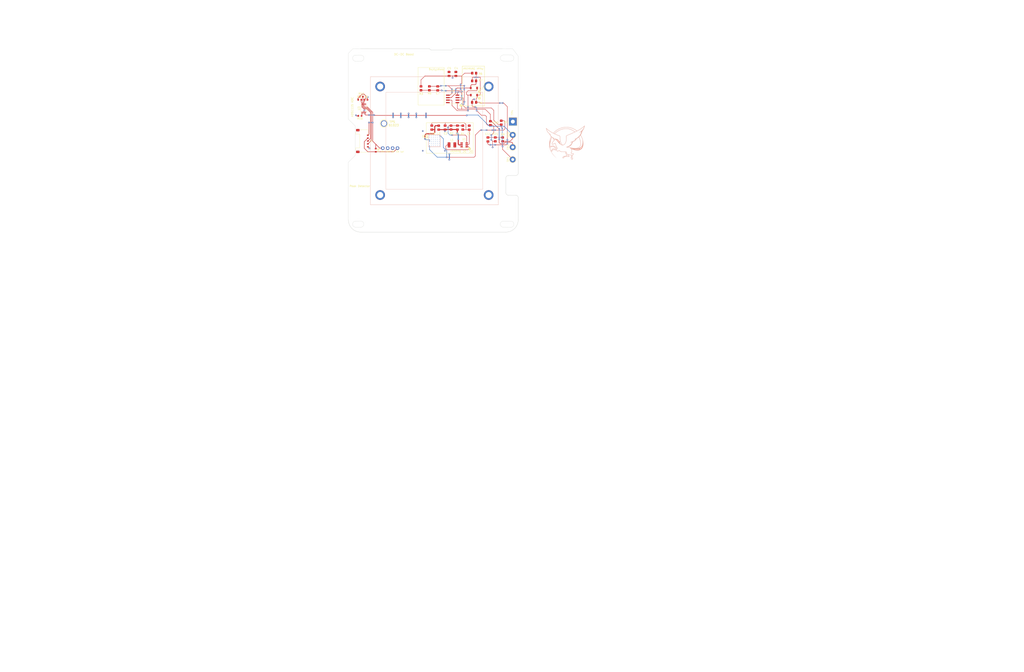
<source format=kicad_pcb>
(kicad_pcb (version 20211014) (generator pcbnew)
  (title_block (title "Cosmic Watch") (date "2022-08-20") (rev "6.1") (company "Bronco Space CubeSat Laboratory") (comment 1 "Inputted components and completed tracing") (comment 2 "Adjustments made to include missing connections") (comment 3 "Made into PC104 Form Factor, adjustments made") (comment 4 "Switched Arduino Nano footprint for Arduino Nano Every") (comment 5 "Increased Nano Every pad size for better connection") (comment 6 "Swapped Nano Every for Pico and included booster for 3.3V pin") (comment 7 "Swapped back to Nano"))
  (layers (0 "F.Cu" signal) (31 "B.Cu" signal) (34 "B.Paste" user) (35 "F.Paste" user) (36 "B.SilkS" user "B.Silkscreen") (37 "F.SilkS" user "F.Silkscreen") (38 "B.Mask" user) (39 "F.Mask" user) (44 "Edge.Cuts" user))
  (net 0 "")
  (net 1 "Net-(R9-Pad2)")
  (net 2 "Net-(C7-Pad2)")
  (net 3 "Net-(R4-Pad2)")
  (net 4 "GND")
  (net 5 "Net-(C7-Pad1)")
  (net 6 "Net-(C1-Pad2)")
  (net 7 "Net-(C1-Pad1)")
  (net 8 "Net-(IC1-PadA1)")
  (net 9 "VDDA")
  (net 10 "Net-(C14-Pad2)")
  (net 11 "VCC")
  (net 12 "Net-(D2-Pad2)")
  (net 13 "Net-(C14-Pad1)")
  (net 14 "Net-(L1-Pad1)")
  (net 15 "+5V")
  (net 16 "Net-(J1-Pad2)")
  (net 17 "Net-(J1-Pad3)")
  (net 18 "Net-(J1-Pad4)")
  (net 19 "Net-(D1-Pad2)")
  (net 20 "Net-(C18-Pad1)")
  (net 21 "Net-(R10-Pad1)")
  (footprint "Capacitor_SMD:C_0805_2012Metric_Pad1.18x1.45mm_HandSolder" (layer "F.Cu") (at 223.818 74.2644 180)
    (fp_text reference "C6")
    (fp_text value "20nF")
  )
  (footprint "Capacitor_SMD:C_0805_2012Metric_Pad1.18x1.45mm_HandSolder" (layer "F.Cu") (at 210.88 59.6 -90)
    (fp_text reference "C5")
    (fp_text value "0.1uF")
  )
  (footprint "Resistor_SMD:R_0805_2012Metric_Pad1.20x1.40mm_HandSolder" (layer "F.Cu") (at 232.216 84.9838 -90)
    (fp_text reference "R20")
    (fp_text value "10k")
  )
  (footprint "Capacitor_SMD:C_0805_2012Metric_Pad1.18x1.45mm_HandSolder" (layer "F.Cu") (at 205.038 67.0375 90)
    (fp_text reference "C7")
    (fp_text value "10pF")
  )
  (footprint "" (layer "F.Cu") (at 175.32 122.08)
    (fp_text reference "")
    (fp_text value "")
  )
  (footprint "Resistor_SMD:R_0603_1608Metric" (layer "F.Cu") (at 164.9 81.2 180)
    (fp_text reference "R10")
    (fp_text value "10K")
  )
  (footprint "Package_TO_SOT_SMD:TSOT-23-6" (layer "F.Cu") (at 218.6775 96.1973 180)
    (fp_text reference "U1")
    (fp_text value "LT3461ES6#TRPBF")
  )
  (footprint "" (layer "F.Cu") (at 181.745 97.88)
    (fp_text reference "")
    (fp_text value "")
  )
  (footprint "Connector_Molex:Molex_Pico-Lock_504050-0591_1x05-1MP_P1.50mm_Horizontal" (layer "F.Cu") (at 166.2 94.2 -90)
    (fp_text reference "J1")
    (fp_text value "Conn_01x05_Female")
  )
  (footprint "TestPoint:TestPoint_THTPad_D3.0mm_Drill1.5mm" (layer "F.Cu") (at 243.7365 97.408 90)
    (fp_text reference "TP2")
    (fp_text value "Test_Point1")
  )
  (footprint "Inductor_SMD:L_1210_3225Metric_Pad1.42x2.65mm_HandSolder" (layer "F.Cu") (at 212.3675 96.1973)
    (fp_text reference "L1")
    (fp_text value "47uH")
  )
  (footprint "Resistor_SMD:R_0805_2012Metric_Pad1.20x1.40mm_HandSolder" (layer "F.Cu") (at 211.896 87.2698 -90)
    (fp_text reference "R2")
    (fp_text value "226k")
  )
  (footprint "Resistor_SMD:R_0805_2012Metric_Pad1.20x1.40mm_HandSolder" (layer "F.Cu") (at 196.402 67 90)
    (fp_text reference "R3")
    (fp_text value "249")
  )
  (footprint "Resistor_SMD:R_0805_2012Metric_Pad1.20x1.40mm_HandSolder" (layer "F.Cu") (at 238.566 93.3658 -90)
    (fp_text reference "R9")
    (fp_text value "0k")
  )
  (footprint "Resistor_SMD:R_0805_2012Metric_Pad1.20x1.40mm_HandSolder" (layer "F.Cu") (at 200.72 67 90)
    (fp_text reference "R5")
    (fp_text value "10k")
  )
  (footprint "Capacitor_SMD:C_0805_2012Metric_Pad1.18x1.45mm_HandSolder" (layer "F.Cu") (at 215.198 87.2858 90)
    (fp_text reference "C1")
    (fp_text value "22pF")
  )
  (footprint "Adafruit TPS61023:MOUNTINGHOLE_2.5_PLATED" (layer "F.Cu") (at 177.3 85.18)
    (fp_text reference "U$9" hide)
    (fp_text value "MOUNTINGHOLE2.5" hide)
  )
  (footprint "Resistor_SMD:R_0805_2012Metric_Pad1.20x1.40mm_HandSolder" (layer "F.Cu") (at 217.992 87.2913 -90)
    (fp_text reference "R1")
    (fp_text value "10k")
  )
  (footprint "TestPoint:TestPoint_THTPad_D3.0mm_Drill1.5mm" (layer "F.Cu") (at 243.7365 91.058 90)
    (fp_text reference "TP3")
    (fp_text value "Test_Point1")
  )
  (footprint "TestPoint:TestPoint_THTPad_4.0x4.0mm_Drill2.0mm" (layer "F.Cu") (at 243.8 84.2 90)
    (fp_text reference "TP4")
    (fp_text value "GND")
  )
  (footprint "Resistor_SMD:R_0603_1608Metric" (layer "F.Cu") (at 173.05 98.95 -90)
    (fp_text reference "R8")
    (fp_text value "10K")
  )
  (footprint "" (layer "F.Cu") (at 176.665 97.88)
    (fp_text reference "")
    (fp_text value "")
  )
  (footprint "" (layer "F.Cu") (at 231.32 122.08)
    (fp_text reference "")
    (fp_text value "")
  )
  (footprint "Capacitor_SMD:C_0603_1608Metric" (layer "F.Cu") (at 168 72.91)
    (fp_text reference "C8")
    (fp_text value "0.1")
  )
  (footprint "Capacitor_SMD:C_0805_2012Metric_Pad1.18x1.45mm_HandSolder" (layer "F.Cu") (at 201.99 87.2858 90)
    (fp_text reference "C18")
    (fp_text value "1uF")
  )
  (footprint "Inductor_SMD:L_0805_2012Metric_Pad1.15x1.40mm_HandSolder" (layer "F.Cu") (at 205.546 87.3198 90)
    (fp_text reference "L2")
    (fp_text value "2.5k Ohms")
  )
  (footprint "Resistor_SMD:R_0805_2012Metric_Pad1.20x1.40mm_HandSolder" (layer "F.Cu") (at 223.818 63.19 180)
    (fp_text reference "R7")
    (fp_text value "100k")
  )
  (footprint "" (layer "F.Cu") (at 175.32 66.08)
    (fp_text reference "")
    (fp_text value "")
  )
  (footprint "Resistor_SMD:R_0805_2012Metric_Pad1.20x1.40mm_HandSolder" (layer "F.Cu") (at 237.804 84.7458 -90)
    (fp_text reference "R4")
    (fp_text value "1k")
  )
  (footprint "Resistor_SMD:R_0805_2012Metric_Pad1.20x1.40mm_HandSolder" (layer "F.Cu") (at 234.756 93.3658 -90)
    (fp_text reference "R24")
    (fp_text value "24.9k")
  )
  (footprint "Resistor_SMD:R_0603_1608Metric" (layer "F.Cu") (at 165.6 71.3)
    (fp_text reference "R12")
    (fp_text value "10K")
  )
  (footprint "TestPoint:TestPoint_THTPad_D3.0mm_Drill1.5mm" (layer "F.Cu") (at 243.7365 103.758 90)
    (fp_text reference "TP1")
    (fp_text value "Test_Point1")
  )
  (footprint "" (layer "F.Cu") (at 231.32 66.08)
    (fp_text reference "")
    (fp_text value "")
  )
  (footprint "Package_SO:SOIC-8_3.9x4.9mm_P1.27mm" (layer "F.Cu") (at 212.723 72.461 180)
    (fp_text reference "U2")
    (fp_text value "LT1807IS8#PBF")
  )
  (footprint "Capacitor_SMD:C_0805_2012Metric_Pad1.18x1.45mm_HandSolder" (layer "F.Cu") (at 208.848 87.3073 90)
    (fp_text reference "C2")
    (fp_text value "0.47pF")
  )
  (footprint "Resistor_SMD:R_0805_2012Metric_Pad1.20x1.40mm_HandSolder" (layer "F.Cu") (at 223.8434 59.1768 180)
    (fp_text reference "R6")
    (fp_text value "100k")
  )
  (footprint "Diode_SMD:D_SOD-123" (layer "F.Cu") (at 223.7164 66.8476 180)
    (fp_text reference "D2")
    (fp_text value "40V 500mA")
  )
  (footprint "Diode_SMD:D_SOD-123" (layer "F.Cu") (at 223.7418 70.5052 180)
    (fp_text reference "D1")
    (fp_text value "40V 500mA")
  )
  (footprint "Capacitor_SMD:C_0805_2012Metric_Pad1.18x1.45mm_HandSolder" (layer "F.Cu") (at 230.946 93.4033 90)
    (fp_text reference "C14")
    (fp_text value "0F")
  )
  (footprint "" (layer "F.Cu") (at 184.285 97.88)
    (fp_text reference "")
    (fp_text value "")
  )
  (footprint "Capacitor_SMD:C_0805_2012Metric_Pad1.18x1.45mm_HandSolder" (layer "F.Cu") (at 221.294 87.3288 -90)
    (fp_text reference "C3")
    (fp_text value "1uF")
  )
  (footprint "Resistor_SMD:R_0603_1608Metric" (layer "F.Cu") (at 164.8 72.9)
    (fp_text reference "R11")
    (fp_text value "10K")
  )
  (footprint "" (layer "F.Cu") (at 179.205 97.88)
    (fp_text reference "")
    (fp_text value "")
  )
  (footprint "Package_SO:TSSOP-10_3x3mm_P0.5mm" (layer "F.Cu") (at 166.92 77.38 90)
    (fp_text reference "U3")
    (fp_text value "ADS1115IDGS")
  )
  (footprint "Capacitor_SMD:C_0805_2012Metric_Pad1.18x1.45mm_HandSolder" (layer "F.Cu") (at 214.4 59.6 -90)
    (fp_text reference "C4")
    (fp_text value "10uF")
  )
  (footprint "SiPM:MICROFJ60035TSVTR1" (layer "B.Cu") (at 203.32 94.08 180)
    (fp_text reference "IC1")
    (fp_text value "MICROFJ-60035-TSV-TR1" hide)
  )
  (footprint "LOGO" (layer "B.Cu") (at 270.91 95.02 180)
    (fp_text reference "G***" hide)
    (fp_text value "LOGO" hide)
  )
  (gr_line (start 231.32 61.08) (end 236.32 61.08) (layer "B.SilkS") (width 0.15))
  (gr_line (start 236.32 61.08) (end 236.32 127.08) (layer "B.SilkS") (width 0.15))
  (gr_line (start 170.32 61.08) (end 231.32 61.08) (layer "B.SilkS") (width 0.15))
  (gr_line (start 236.32 127.08) (end 170.32 127.08) (layer "B.SilkS") (width 0.15))
  (gr_line (start 170.32 127.08) (end 170.32 61.08) (layer "B.SilkS") (width 0.15))
  (gr_circle (center 216.976 75.8773) (end 216.796395 75.8773) (layer "F.SilkS") (width 0.5) (fill none))
  (gr_circle (center 221.5115 98.2293) (end 221.331895 98.2293) (layer "F.SilkS") (width 0.5) (fill none))
  (gr_line (start 229.168 55.5573) (end 217.738 55.5573) (layer "F.SilkS") (width 0.2))
  (gr_line (start 208.34 75.636) (end 194.878 75.636) (layer "F.SilkS") (width 0.15))
  (gr_line (start 223.326 100.5153) (end 223.326 84.7673) (layer "F.SilkS") (width 0.15))
  (gr_line (start 194.878 75.636) (end 194.878 56.2685) (layer "F.SilkS") (width 0.15))
  (gr_line (start 194.878 56.2685) (end 208.34 56.2685) (layer "F.SilkS") (width 0.15))
  (gr_circle (center 226.5485 72.1054) (end 226.368895 72.1054) (layer "F.SilkS") (width 0.5) (fill none))
  (gr_circle (center 226.5485 68.6764) (end 226.368895 68.6764) (layer "F.SilkS") (width 0.5) (fill none))
  (gr_line (start 208.34 75.636) (end 208.34 56.332) (layer "F.SilkS") (width 0.2))
  (gr_line (start 199.180125 84.7673) (end 223.326 84.7673) (layer "F.SilkS") (width 0.15))
  (gr_line (start 223.326 100.5153) (end 199.211875 100.5153) (layer "F.SilkS") (width 0.15))
  (gr_line (start 217.738 55.5573) (end 217.738 76.1313) (layer "F.SilkS") (width 0.2))
  (gr_line (start 229.168 76.1313) (end 229.168 55.5573) (layer "F.SilkS") (width 0.2))
  (gr_line (start 199.180125 84.7673) (end 199.211875 100.5153) (layer "F.SilkS") (width 0.15))
  (gr_line (start 217.738 76.1313) (end 229.168 76.1313) (layer "F.SilkS") (width 0.2))
  (gr_line (start 246.57 134.87) (end 246.57 123.44) (layer "Edge.Cuts") (width 0.15))
  (gr_line (start 246.57 67.56) (end 246.555 50.37) (layer "Edge.Cuts") (width 0.1))
  (gr_line (start 242.78 49.795) (end 238.979975 49.795793) (layer "Edge.Cuts") (width 0.1))
  (gr_line (start 212.915 46.605) (end 238.315 46.605) (layer "Edge.Cuts") (width 0.15))
  (gr_line (start 162.629777 49.870784) (end 165.33 49.845) (layer "Edge.Cuts") (width 0.1))
  (gr_line (start 243.755 46.62) (end 246.555 50.37) (layer "Edge.Cuts") (width 0.1))
  (gr_line (start 201.485 47.24) (end 200.85 46.605) (layer "Edge.Cuts") (width 0.15))
  (gr_line (start 165.29 141.22) (end 214.82 141.22) (layer "Edge.Cuts") (width 0.15))
  (gr_line (start 162.43 86.44) (end 162.43 101.68) (layer "Edge.Cuts") (width 0.1))
  (gr_line (start 200.85 46.605) (end 168.465 46.605) (layer "Edge.Cuts") (width 0.15))
  (gr_line (start 161.218436 46.630523) (end 158.96 48.93) (layer "Edge.Cuts") (width 0.1))
  (gr_line (start 242.750013 135.539604) (end 238.949988 135.540397) (layer "Edge.Cuts") (width 0.1))
  (gr_line (start 245.3 122.17) (end 241.49 122.17) (layer "Edge.Cuts") (width 0.15))
  (gr_line (start 158.94 134.87) (end 158.94 117.98) (layer "Edge.Cuts") (width 0.1))
  (gr_line (start 162.579802 53.019991) (end 165.33 53.045) (layer "Edge.Cuts") (width 0.1))
  (gr_arc (start 245.3 122.17) (mid 246.198026 122.541974) (end 246.57 123.44) (layer "Edge.Cuts") (width 0.15))
  (gr_arc (start 240.22 113.28) (mid 240.591974 112.381974) (end 241.49 112.01) (layer "Edge.Cuts") (width 0.15))
  (gr_line (start 212.28 47.24) (end 201.485 47.24) (layer "Edge.Cuts") (width 0.15))
  (gr_arc (start 162.579802 53.019991) (mid 161.135617 51.422073) (end 162.629777 49.870784) (layer "Edge.Cuts") (width 0.1))
  (gr_line (start 162.599975 135.530793) (end 165.300198 135.505009) (layer "Edge.Cuts") (width 0.1))
  (gr_line (start 240.22 120.9) (end 240.22 113.28) (layer "Edge.Cuts") (width 0.15))
  (gr_line (start 240.22 141.22) (end 214.82 141.22) (layer "Edge.Cuts") (width 0.15))
  (gr_line (start 238.900013 138.689604) (end 242.750013 138.739604) (layer "Edge.Cuts") (width 0.1))
  (gr_line (start 158.94 105.16) (end 158.94 117.98) (layer "Edge.Cuts") (width 0.1))
  (gr_arc (start 241.49 122.17) (mid 240.591974 121.798026) (end 240.22 120.9) (layer "Edge.Cuts") (width 0.15))
  (gr_line (start 241.49 112.01) (end 245.3 112.01) (layer "Edge.Cuts") (width 0.15))
  (gr_line (start 158.96 82.98) (end 162.43 86.44) (layer "Edge.Cuts") (width 0.1))
  (gr_arc (start 165.33 49.845) (mid 166.93 51.445) (end 165.33 53.045) (layer "Edge.Cuts") (width 0.1))
  (gr_arc (start 165.29 141.22) (mid 160.799872 139.360128) (end 158.94 134.87) (layer "Edge.Cuts") (width 0.15))
  (gr_arc (start 162.55 138.68) (mid 161.105815 137.082082) (end 162.599975 135.530793) (layer "Edge.Cuts") (width 0.1))
  (gr_line (start 158.94 105.16) (end 162.43 101.68) (layer "Edge.Cuts") (width 0.1))
  (gr_arc (start 242.78 49.795) (mid 244.38 51.395) (end 242.78 52.995) (layer "Edge.Cuts") (width 0.1))
  (gr_line (start 158.96 48.93) (end 158.96 82.98) (layer "Edge.Cuts") (width 0.1))
  (gr_line (start 162.55 138.68) (end 165.300198 138.705009) (layer "Edge.Cuts") (width 0.1))
  (gr_arc (start 242.750013 135.539604) (mid 244.350013 137.139604) (end 242.750013 138.739604) (layer "Edge.Cuts") (width 0.1))
  (gr_arc (start 246.57 110.74) (mid 246.198026 111.638026) (end 245.3 112.01) (layer "Edge.Cuts") (width 0.15))
  (gr_line (start 165.29 46.605) (end 168.465 46.605) (layer "Edge.Cuts") (width 0.15))
  (gr_arc (start 246.57 134.87) (mid 244.710128 139.360128) (end 240.22 141.22) (layer "Edge.Cuts") (width 0.15))
  (gr_line (start 238.315 46.605) (end 243.755 46.62) (layer "Edge.Cuts") (width 0.1))
  (gr_line (start 238.93 52.945) (end 242.78 52.995) (layer "Edge.Cuts") (width 0.1))
  (gr_line (start 212.28 47.24) (end 212.915 46.605) (layer "Edge.Cuts") (width 0.15))
  (gr_arc (start 238.900013 138.689604) (mid 237.325211 137.089613) (end 238.949988 135.540397) (layer "Edge.Cuts") (width 0.1))
  (gr_line (start 246.57 110.74) (end 246.57 67.56) (layer "Edge.Cuts") (width 0.15))
  (gr_arc (start 238.93 52.945) (mid 237.355198 51.345009) (end 238.979975 49.795793) (layer "Edge.Cuts") (width 0.1))
  (gr_arc (start 165.300198 135.505009) (mid 166.900198 137.105009) (end 165.300198 138.705009) (layer "Edge.Cuts") (width 0.1))
  (gr_line (start 161.218436 46.630523) (end 165.29 46.605) (layer "Edge.Cuts") (width 0.1))
  (gr_text "TPS  \n61023" (at 182.38 85.18) (layer "F.SilkS") (effects (font (size 1.0795 1.0795) (thickness 0.1905))))
  (gr_text "Vin" (at 176.538 99.658) (layer "F.SilkS") (effects (font (size 0.8636 0.8636) (thickness 0.1524))))
  (gr_text "DC-DC Boost" (at 187.62 49.48) (layer "F.SilkS") (effects (font (size 1 1))))
  (gr_text "DC-DC Booster\n" (at 217.23 99.4993 180) (layer "F.SilkS") (effects (font (size 1 1))))
  (gr_text "ADS1115 ADC\n" (at 160.92 76.68 90) (layer "F.SilkS") (effects (font (size 1 1))))
  (gr_text "JP1" (at 185.6312 99.7088 -180) (layer "F.SilkS") (effects (font (size 0.692831 0.692831) (thickness 0.119969)) (justify right)))
  (gr_text "5V" (at 181.872 99.658) (layer "F.SilkS") (effects (font (size 0.8636 0.8636) (thickness 0.1524))))
  (gr_text "Peak Detector\n" (at 223.326 56.84 180) (layer "F.SilkS") (effects (font (size 1 1))))
  (gr_text "GND" (at 179.205 99.658) (layer "F.SilkS") (effects (font (size 0.75565 0.75565) (thickness 0.13335))))
  (gr_text "Peak Detector" (at 164.82 117.48) (layer "F.SilkS") (effects (font (size 1 1))))
  (gr_text "En" (at 184.412 99.658) (layer "F.SilkS") (effects (font (size 0.8636 0.8636) (thickness 0.1524))))
  (gr_text "Amplifying\n" (at 204.276 57.348 180) (layer "F.SilkS") (effects (font (size 1 1))))
  (segment (start 220 81) (end 172.4 81) (width 0.25) (layer "F.Cu") (net 1))
  (segment (start 172.4 81) (end 172.2 80.8) (width 0.25) (layer "F.Cu") (net 1))
  (segment (start 169.566011 80.8) (end 167.865978 80.8) (width 0.25) (layer "F.Cu") (net 1))
  (segment (start 167.865978 80.8) (end 167.42 80.354022) (width 0.25) (layer "F.Cu") (net 1))
  (segment (start 242.3342 94.3658) (end 243.7365 92.9635) (width 0.25) (layer "F.Cu") (net 1))
  (segment (start 167.42 80.354022) (end 167.42 79.53) (width 0.25) (layer "F.Cu") (net 1))
  (segment (start 243.7365 92.9635) (end 243.7365 91.058) (width 0.25) (layer "F.Cu") (net 1))
  (segment (start 238.566 94.3658) (end 242.3342 94.3658) (width 0.25) (layer "F.Cu") (net 1))
  (via (at 172.2 80.8) (size 0.8) (drill 0.4) (layers "F.Cu" "B.Cu") (net 1))
  (via (at 169.566011 80.8) (size 0.8) (drill 0.4) (layers "F.Cu" "B.Cu") (net 1))
  (via (at 220 81) (size 0.8) (drill 0.4) (layers "F.Cu" "B.Cu") (net 1))
  (segment (start 172.2 80.8) (end 169.566011 80.8) (width 0.25) (layer "B.Cu") (net 1))
  (segment (start 239.2785 86.6) (end 231.7 86.6) (width 0.25) (layer "B.Cu") (net 1))
  (segment (start 243.7365 91.058) (end 239.2785 86.6) (width 0.25) (layer "B.Cu") (net 1))
  (segment (start 220.2 80.8) (end 220 81) (width 0.25) (layer "B.Cu") (net 1))
  (segment (start 226 80.8) (end 220.2 80.8) (width 0.25) (layer "B.Cu") (net 1))
  (segment (start 226 80.9) (end 226 80.8) (width 0.25) (layer "B.Cu") (net 1))
  (segment (start 231.7 86.6) (end 226 80.9) (width 0.25) (layer "B.Cu") (net 1))
  (segment (start 236.8 87.8778) (end 236.5778 87.8778) (width 0.25) (layer "F.Cu") (net 2))
  (segment (start 243.7365 95.28668) (end 243.287609 94.837789) (width 0.25) (layer "F.Cu") (net 2))
  (segment (start 229.549 77.7823) (end 217.484 77.7823) (width 0.2) (layer "F.Cu") (net 2))
  (segment (start 217.4195 77.7178) (end 217.484 77.7823) (width 0.2) (layer "F.Cu") (net 2))
  (segment (start 215.198 77.4013) (end 215.579 77.7823) (width 0.2) (layer "F.Cu") (net 2))
  (segment (start 243.7365 97.408) (end 243.7365 95.28668) (width 0.25) (layer "F.Cu") (net 2))
  (segment (start 229.549 77.7823) (end 232.216 80.4493) (width 0.2) (layer "F.Cu") (net 2))
  (segment (start 206.4063 66) (end 206.689 65.7173) (width 0.2) (layer "F.Cu") (net 2))
  (segment (start 243.287609 94.837789) (end 239.962211 94.837789) (width 0.25) (layer "F.Cu") (net 2))
  (segment (start 212.404 69.5273) (end 212.404 68.9568) (width 0.2) (layer "F.Cu") (net 2))
  (segment (start 217.4195 75.2423) (end 217.4195 77.7178) (width 0.2) (layer "F.Cu") (net 2))
  (segment (start 210.5635 65.7173) (end 212.404 67.5578) (width 0.2) (layer "F.Cu") (net 2))
  (segment (start 239.1 95.6) (end 237.3 95.6) (width 0.25) (layer "F.Cu") (net 2))
  (segment (start 239.862211 94.837789) (end 239.1 95.6) (width 0.25) (layer "F.Cu") (net 2))
  (segment (start 205.038 66) (end 200.72 66) (width 0.2) (layer "F.Cu") (net 2))
  (segment (start 210.248 70.556) (end 211.3753 70.556) (width 0.2) (layer "F.Cu") (net 2))
  (segment (start 218.754 67.6223) (end 218.754 73.9078) (width 0.2) (layer "F.Cu") (net 2))
  (segment (start 215.198 74.366) (end 215.198 77.4013) (width 0.2) (layer "F.Cu") (net 2))
  (segment (start 236.8 95.1) (end 236.8 93.3) (width 0.25) (layer "F.Cu") (net 2))
  (segment (start 215.579 77.7823) (end 217.484 77.7823) (width 0.2) (layer "F.Cu") (net 2))
  (segment (start 218.754 73.9078) (end 218.8185 73.9723) (width 0.2) (layer "F.Cu") (net 2))
  (segment (start 209.229 65.7173) (end 210.5635 65.7173) (width 0.2) (layer "F.Cu") (net 2))
  (segment (start 210.5635 65.7173) (end 218.754 65.7173) (width 0.2) (layer "F.Cu") (net 2))
  (segment (start 237.3 95.6) (end 236.8 95.1) (width 0.25) (layer "F.Cu") (net 2))
  (segment (start 232.216 80.4493) (end 232.216 83.9838) (width 0.2) (layer "F.Cu") (net 2))
  (segment (start 211.3753 70.556) (end 212.404 69.5273) (width 0.2) (layer "F.Cu") (net 2))
  (segment (start 232.6838 83.9838) (end 232.216 83.9838) (width 0.25) (layer "F.Cu") (net 2))
  (segment (start 236.5778 87.8778) (end 232.6838 83.9838) (width 0.25) (layer "F.Cu") (net 2))
  (segment (start 205.038 66) (end 206.4063 66) (width 0.2) (layer "F.Cu") (net 2))
  (segment (start 239.962211 94.837789) (end 239.862211 94.837789) (width 0.25) (layer "F.Cu") (net 2))
  (via (at 206.689 65.7173) (size 0.8) (drill 0.4) (layers "F.Cu" "B.Cu") (net 2))
  (via (at 218.754 67.6223) (size 0.8) (drill 0.4) (layers "F.Cu" "B.Cu") (net 2))
  (via (at 212.404 67.5578) (size 0.8) (drill 0.4) (layers "F.Cu" "B.Cu") (net 2))
  (via (at 236.8 93.3) (size 0.8) (drill 0.4) (layers "F.Cu" "B.Cu") (net 2))
  (via (at 217.4195 75.2423) (size 0.8) (drill 0.4) (layers "F.Cu" "B.Cu") (net 2))
  (via (at 209.229 65.7173) (size 0.8) (drill 0.4) (layers "F.Cu" "B.Cu") (net 2))
  (via (at 218.8185 73.9723) (size 0.8) (drill 0.4) (layers "F.Cu" "B.Cu") (net 2))
  (via (at 218.754 65.7173) (size 0.8) (drill 0.4) (layers "F.Cu" "B.Cu") (net 2))
  (via (at 236.8 87.8778) (size 0.8) (drill 0.4) (layers "F.Cu" "B.Cu") (net 2))
  (via (at 212.404 68.9568) (size 0.8) (drill 0.4) (layers "F.Cu" "B.Cu") (net 2))
  (segment (start 218.754 65.7173) (end 218.754 67.6223) (width 0.2) (layer "B.Cu") (net 2))
  (segment (start 236.8 93.3) (end 236.8 91.4) (width 0.25) (layer "B.Cu") (net 2))
  (segment (start 236.8 91.4) (end 236.8 87.8778) (width 0.25) (layer "B.Cu") (net 2))
  (segment (start 212.404 67.5578) (end 212.404 68.9568) (width 0.2) (layer "B.Cu") (net 2))
  (segment (start 218.7286 75.2423) (end 218.8185 75.1524) (width 0.2) (layer "B.Cu") (net 2))
  (segment (start 206.689 65.7173) (end 209.229 65.7173) (width 0.2) (layer "B.Cu") (net 2))
  (segment (start 217.4195 75.2423) (end 218.7286 75.2423) (width 0.2) (layer "B.Cu") (net 2))
  (segment (start 218.8185 75.1524) (end 218.8185 73.9723) (width 0.2) (layer "B.Cu") (net 2))
  (segment (start 219.389 77.1473) (end 218.119 75.8773) (width 0.2) (layer "F.Cu") (net 3))
  (segment (start 233.994 83.4973) (end 233.994 78.4173) (width 0.2) (layer "F.Cu") (net 3))
  (segment (start 237.804 87.104) (end 238.3 87.6) (width 0.2) (layer "F.Cu") (net 3))
  (segment (start 233.994 78.4173) (end 232.724 77.1473) (width 0.2) (layer "F.Cu") (net 3))
  (segment (start 238.5 98.5215) (end 243.7365 103.758) (width 0.2) (layer "F.Cu") (net 3))
  (segment (start 232.724 77.1473) (end 219.389 77.1473) (width 0.2) (layer "F.Cu") (net 3))
  (segment (start 218.119 75.8773) (end 218.119 72.0673) (width 0.2) (layer "F.Cu") (net 3))
  (segment (start 218.119 72.0673) (end 217.8777 71.826) (width 0.2) (layer "F.Cu") (net 3))
  (segment (start 236.2425 85.7458) (end 233.994 83.4973) (width 0.2) (layer "F.Cu") (net 3))
  (segment (start 237.804 85.7458) (end 236.2425 85.7458) (width 0.2) (layer "F.Cu") (net 3))
  (segment (start 217.8777 71.826) (end 215.198 71.826) (width 0.2) (layer "F.Cu") (net 3))
  (segment (start 238.5 97) (end 238.5 98.5215) (width 0.2) (layer "F.Cu") (net 3))
  (segment (start 237.804 85.7458) (end 237.804 87.104) (width 0.2) (layer "F.Cu") (net 3))
  (via (at 238.5 97) (size 0.8) (drill 0.4) (layers "F.Cu" "B.Cu") (net 3))
  (via (at 238.3 87.6) (size 0.8) (drill 0.4) (layers "F.Cu" "B.Cu") (net 3))
  (segment (start 238.3 87.6) (end 238.3 96.8) (width 0.2) (layer "B.Cu") (net 3))
  (segment (start 238.3 96.8) (end 238.5 97) (width 0.2) (layer "B.Cu") (net 3))
  (segment (start 208.848 85.1483) (end 209.229 84.7673) (width 0.2) (layer "F.Cu") (net 4))
  (segment (start 230.184 81.5923) (end 230.184 85.4023) (width 0.2) (layer "F.Cu") (net 4))
  (segment (start 218.9445 59.1768) (end 217.484 60.6373) (width 0.2) (layer "F.Cu") (net 4))
  (segment (start 209.229 84.7673) (end 218.754 84.7673) (width 0.2) (layer "F.Cu") (net 4))
  (segment (start 221.294 88.3663) (end 219.6 88.3663) (width 0.2) (layer "F.Cu") (net 4))
  (segment (start 233.994 89.8473) (end 232.724 91.1173) (width 0.2) (layer "F.Cu") (net 4))
  (segment (start 169.115 97.275) (end 169.82 97.98) (width 0.254) (layer "F.Cu") (net 4))
  (segment (start 202.244 84.7673) (end 201.99 85.0213) (width 0.2) (layer "F.Cu") (net 4))
  (segment (start 215.198 70.556) (end 215.198 69.3378) (width 0.25) (layer "F.Cu") (net 4))
  (segment (start 233.4325 94.3658) (end 232.724 93.6573) (width 0.2) (layer "F.Cu") (net 4))
  (segment (start 168.745 72.87) (end 168.745 71.745) (width 0.254) (layer "F.Cu") (net 4))
  (segment (start 215.198 69.3378) (end 215.579 68.9568) (width 0.25) (layer "F.Cu") (net 4))
  (segment (start 201.99 85.0213) (end 201.99 86.2483) (width 0.2) (layer "F.Cu") (net 4))
  (segment (start 209.229 84.7673) (end 202.244 84.7673) (width 0.2) (layer "F.Cu") (net 4))
  (segment (start 223.1345 76.4478) (end 224.469 76.4478) (width 0.2) (layer "F.Cu") (net 4))
  (segment (start 222.7805 74.2644) (end 222.7805 76.0938) (width 0.2) (layer "F.Cu") (net 4))
  (segment (start 164.045 81.27) (end 163.19 81.27) (width 0.254) (layer "F.Cu") (net 4))
  (segment (start 212.7842 60.6158) (end 210.9054 60.6158) (width 0.2) (layer "F.Cu") (net 4))
  (segment (start 219.6 85.6133) (end 219.6 88.3663) (width 0.2) (layer "F.Cu") (net 4))
  (segment (start 222.8434 59.1768) (end 218.9445 59.1768) (width 0.2) (layer "F.Cu") (net 4))
  (segment (start 227.5795 80.9573) (end 229.549 80.9573) (width 0.2) (layer "F.Cu") (net 4))
  (segment (start 222.7805 76.0938) (end 223.1345 76.4478) (width 0.2) (layer "F.Cu") (net 4))
  (segment (start 223.199 72.7023) (end 222.7805 73.1208) (width 0.2) (layer "F.Cu") (net 4))
  (segment (start 233.3055 85.9838) (end 233.994 86.6723) (width 0.2) (layer "F.Cu") (net 4))
  (segment (start 214.944 60.6158) (end 212.7842 60.6158) (width 0.2) (layer "F.Cu") (net 4))
  (segment (start 210.88 60.6412) (end 198.4301 60.6412) (width 0.2) (layer "F.Cu") (net 4))
  (segment (start 234.756 94.3658) (end 233.4325 94.3658) (width 0.2) (layer "F.Cu") (net 4))
  (segment (start 168.745 71.745) (end 168.952 71.538) (width 0.254) (layer "F.Cu") (net 4))
  (segment (start 212.7842 60.6158) (end 212.7842 61.5158) (width 0.2) (layer "F.Cu") (net 4))
  (segment (start 229.549 80.9573) (end 230.184 81.5923) (width 0.2) (layer "F.Cu") (net 4))
  (segment (start 223.834 72.7023) (end 223.199 72.7023) (width 0.2) (layer "F.Cu") (net 4))
  (segment (start 233.994 86.6723) (end 233.994 89.8473) (width 0.2) (layer "F.Cu") (net 4))
  (segment (start 166.92 78.68) (end 167.22 78.38) (width 0.254) (layer "F.Cu") (net 4))
  (segment (start 225.104 78.4818) (end 227.5795 80.9573) (width 0.2) (layer "F.Cu") (net 4))
  (segment (start 233.4325 94.3658) (end 233.359 94.4393) (width 0.2) (layer "F.Cu") (net 4))
  (segment (start 217.484 60.6373) (end 217.484 64.3828) (width 0.2) (layer "F.Cu") (net 4))
  (segment (start 216.849 67.5721) (end 216.849 67.903056) (width 0.2) (layer "F.Cu") (net 4))
  (segment (start 208.848 86.2698) (end 208.848 85.1483) (width 0.2) (layer "F.Cu") (net 4))
  (segment (start 216.849 67.903056) (end 217.628872 68.682928) (width 0.2) (layer "F.Cu") (net 4))
  (segment (start 218.754 84.7673) (end 219.6 85.6133) (width 0.2) (layer "F.Cu") (net 4))
  (segment (start 219.6 88.3663) (end 218.067 88.3663) (width 0.2) (layer "F.Cu") (net 4))
  (segment (start 169.115 97.08) (end 169.115 97.275) (width 0.254) (layer "F.Cu") (net 4))
  (segment (start 196.402 62.6693) (end 196.402 66) (width 0.2) (layer "F.Cu") (net 4))
  (segment (start 222.7805 73.1208) (end 222.7805 74.2644) (width 0.2) (layer "F.Cu") (net 4))
  (segment (start 163.19 81.27) (end 162.856 80.936) (width 0.254) (layer "F.Cu") (net 4))
  (segment (start 232.216 85.9838) (end 233.3055 85.9838) (width 0.2) (layer "F.Cu") (net 4))
  (segment (start 219.9875 96.1973) (end 220.7975 96.1973) (width 0.2) (layer "F.Cu") (net 4))
  (segment (start 221.294 95.7008) (end 221.294 88.3663) (width 0.2) (layer "F.Cu") (net 4))
  (segment (start 220.7975 96.1973) (end 221.294 95.7008) (width 0.2) (layer "F.Cu") (net 4))
  (segment (start 166.92 79.53) (end 166.92 78.68) (width 0.254) (layer "F.Cu") (net 4))
  (segment (start 198.4301 60.6412) (end 196.402 62.6693) (width 0.2) (layer "F.Cu") (net 4))
  (segment (start 230.7655 85.9838) (end 232.216 85.9838) (width 0.2) (layer "F.Cu") (net 4))
  (segment (start 217.484 60.6373) (end 214.9655 60.6373) (width 0.2) (layer "F.Cu") (net 4))
  (segment (start 217.484 64.3828) (end 216.849 65.0178) (width 0.2) (layer "F.Cu") (net 4))
  (segment (start 233.359 94.4393) (end 233.359 97.4673) (width 0.2) (layer "F.Cu") (net 4))
  (segment (start 230.184 85.4023) (end 230.7655 85.9838) (width 0.2) (layer "F.Cu") (net 4))
  (segment (start 212.7842 61.5158) (end 212.7 61.6) (width 0.2) (layer "F.Cu") (net 4))
  (via (at 215.579 68.9568) (size 0.8) (drill 0.4) (layers "F.Cu" "B.Cu") (net 4))
  (via (at 217.628872 68.682928) (size 0.8) (drill 0.4) (layers "F.Cu" "B.Cu") (net 4))
  (via (at 212.7 61.6) (size 0.8) (drill 0.4) (layers "F.Cu" "B.Cu") (net 4))
  (via (at 208.75 99.24) (size 0.8) (drill 0.4) (layers "F.Cu" "B.Cu") (net 4))
  (via (at 225.104 78.4818) (size 0.8) (drill 0.4) (layers "F.Cu" "B.Cu") (net 4))
  (via (at 162.856 80.936) (size 0.8) (drill 0.4) (layers "F.Cu" "B.Cu") (net 4))
  (via (at 208.75 89.08) (size 0.8) (drill 0.4) (layers "F.Cu" "B.Cu") (net 4))
  (via (at 216.849 65.0178) (size 0.8) (drill 0.4) (layers "F.Cu" "B.Cu") (net 4))
  (via (at 167.22 78.38) (size 0.8) (drill 0.4) (layers "F.Cu" "B.Cu") (net 4))
  (via (at 223.834 72.7023) (size 0.8) (drill 0.4) (layers "F.Cu" "B.Cu") (net 4))
  (via (at 169.82 97.98) (size 0.8) (drill 0.4) (layers "F.Cu" "B.Cu") (net 4))
  (via (at 216.849 67.5721) (size 0.8) (drill 0.4) (layers "F.Cu" "B.Cu") (net 4))
  (via (at 232.724 93.6573) (size 0.8) (drill 0.4) (layers "F.Cu" "B.Cu") (net 4))
  (via (at 197.32 99.24) (size 0.8) (drill 0.4) (layers "F.Cu" "B.Cu") (net 4))
  (via (at 168.952 71.538) (size 0.8) (drill 0.4) (layers "F.Cu" "B.Cu") (net 4))
  (via (at 224.4436 76.6393) (size 0.8) (drill 0.4) (layers "F.Cu" "B.Cu") (net 4))
  (via (at 232.724 91.1173) (size 0.8) (drill 0.4) (layers "F.Cu" "B.Cu") (net 4))
  (via (at 233.359 97.4673) (size 0.8) (drill 0.4) (layers "F.Cu" "B.Cu") (net 4))
  (via (at 197.32 89.08) (size 0.8) (drill 0.4) (layers "F.Cu" "B.Cu") (net 4))
  (segment (start 224.469 76.4478) (end 225.104 77.0828) (width 0.2) (layer "B.Cu") (net 4))
  (segment (start 217.628872 68.682928) (end 217.355 68.9568) (width 0.2) (layer "B.Cu") (net 4))
  (segment (start 217.355 68.9568) (end 215.579 68.9568) (width 0.2) (layer "B.Cu") (net 4))
  (segment (start 216.849 65.0178) (end 216.849 67.5721) (width 0.2) (layer "B.Cu") (net 4))
  (segment (start 225.104 77.0828) (end 225.104 78.4818) (width 0.2) (layer "B.Cu") (net 4))
  (segment (start 232.724 93.6573) (end 232.724 91.1173) (width 0.2) (layer "B.Cu") (net 4))
  (segment (start 216.214 68.2573) (end 209.229 68.2573) (width 0.2) (layer "F.Cu") (net 5))
  (segment (start 217.0258 73.096) (end 217.4195 72.7023) (width 0.2) (layer "F.Cu") (net 5))
  (segment (start 205.038 68.075) (end 200.795 68.075) (width 0.2) (layer "F.Cu") (net 5))
  (segment (start 217.484 69.5273) (end 217.484 70.7973) (width 0.2) (layer "F.Cu") (net 5))
  (segment (start 216.214 68.2573) (end 217.484 69.5273) (width 0.2) (layer "F.Cu") (net 5))
  (segment (start 205.038 68.075) (end 207.0772 68.075) (width 0.2) (layer "F.Cu") (net 5))
  (segment (start 200.72 68) (end 196.402 68) (width 0.2) (layer "F.Cu") (net 5))
  (segment (start 215.198 73.096) (end 217.0258 73.096) (width 0.2) (layer "F.Cu") (net 5))
  (via (at 209.229 68.2573) (size 0.8) (drill 0.4) (layers "F.Cu" "B.Cu") (net 5))
  (via (at 207.0772 68.075) (size 0.8) (drill 0.4) (layers "F.Cu" "B.Cu") (net 5))
  (via (at 217.484 70.7973) (size 0.8) (drill 0.4) (layers "F.Cu" "B.Cu") (net 5))
  (via (at 217.4195 72.7023) (size 0.8) (drill 0.4) (layers "F.Cu" "B.Cu") (net 5))
  (segment (start 207.2595 68.2573) (end 207.0772 68.075) (width 0.2) (layer "B.Cu") (net 5))
  (segment (start 217.484 70.7973) (end 217.484 72.7023) (width 0.2) (layer "B.Cu") (net 5))
  (segment (start 209.229 68.2573) (end 207.2595 68.2573) (width 0.2) (layer "B.Cu") (net 5))
  (segment (start 217.484 72.7023) (end 217.4195 72.7023) (width 0.2) (layer "B.Cu") (net 5))
  (segment (start 212.404 91.1173) (end 219.2112 91.1173) (width 0.2) (layer "F.Cu") (net 6))
  (segment (start 219.2112 91.1173) (end 219.9875 91.8936) (width 0.2) (layer "F.Cu") (net 6))
  (segment (start 217.992 86.2913) (end 215.241 86.2913) (width 0.2) (layer "F.Cu") (net 6))
  (segment (start 219.9875 91.8936) (end 219.9875 95.2473) (width 0.2) (layer "F.Cu") (net 6))
  (segment (start 210.9015 86.2698) (end 210.372 86.7993) (width 0.2) (layer "F.Cu") (net 6))
  (segment (start 211.896 86.2698) (end 210.9015 86.2698) (width 0.2) (layer "F.Cu") (net 6))
  (segment (start 215.1765 86.2698) (end 211.896 86.2698) (width 0.2) (layer "F.Cu") (net 6))
  (segment (start 210.372 86.7993) (end 210.372 87.2565) (width 0.2) (layer "F.Cu") (net 6))
  (via (at 212.404 91.1173) (size 0.8) (drill 0.4) (layers "F.Cu" "B.Cu") (net 6))
  (via (at 210.372 87.2565) (size 0.8) (drill 0.4) (layers "F.Cu" "B.Cu") (net 6))
  (segment (start 212.404 91.1173) (end 211.3372 91.1173) (width 0.2) (layer "B.Cu") (net 6))
  (segment (start 211.3372 91.1173) (end 210.372 90.1521) (width 0.2) (layer "B.Cu") (net 6))
  (segment (start 210.372 90.1521) (end 210.372 87.2565) (width 0.2) (layer "B.Cu") (net 6))
  (segment (start 208.848 88.3448) (end 205.546 88.3448) (width 0.508) (layer "F.Cu") (net 7))
  (segment (start 211.896 88.2698) (end 208.923 88.2698) (width 0.508) (layer "F.Cu") (net 7))
  (segment (start 215.1472 90.2029) (end 215.1472 88.2725) (width 0.508) (layer "F.Cu") (net 7))
  (segment (start 217.3675 96.1973) (end 216.0616 96.1973) (width 0.508) (layer "F.Cu") (net 7))
  (segment (start 215.1445 88.2698) (end 211.896 88.2698) (width 0.508) (layer "F.Cu") (net 7))
  (segment (start 216.0616 96.1973) (end 215.6552 95.7909) (width 0.508) (layer "F.Cu") (net 7))
  (segment (start 215.6552 95.7909) (end 215.6552 93.2509) (width 0.508) (layer "F.Cu") (net 7))
  (via (at 215.6552 93.2509) (size 0.8) (drill 0.4) (layers "F.Cu" "B.Cu") (net 7))
  (via (at 215.1472 90.2029) (size 0.8) (drill 0.4) (layers "F.Cu" "B.Cu") (net 7))
  (segment (start 215.6552 93.2509) (end 215.6552 90.7109) (width 0.508) (layer "B.Cu") (net 7))
  (segment (start 215.6552 90.7109) (end 215.1472 90.2029) (width 0.508) (layer "B.Cu") (net 7))
  (segment (start 239.074 88.5773) (end 234.6935 88.5773) (width 0.2) (layer "F.Cu") (net 8))
  (segment (start 227.5795 88.5773) (end 227.009 88.5773) (width 0.2) (layer "F.Cu") (net 8))
  (segment (start 233.2945 88.5773) (end 230.2485 88.5773) (width 0.2) (layer "F.Cu") (net 8))
  (segment (start 237.804 83.7458) (end 239.3225 83.7458) (width 0.2) (layer "F.Cu") (net 8))
  (segment (start 209.7527 102.5473) (end 209.7 102.6) (width 0.2) (layer "F.Cu") (net 8))
  (segment (start 239.3225 83.7458) (end 239.709 84.1323) (width 0.2) (layer "F.Cu") (net 8))
  (segment (start 239.709 87.9423) (end 239.074 88.5773) (width 0.2) (layer "F.Cu") (net 8))
  (segment (start 224.469 101.9123) (end 223.834 102.5473) (width 0.2) (layer "F.Cu") (net 8))
  (segment (start 224.469 91.1173) (end 224.469 101.9123) (width 0.2) (layer "F.Cu") (net 8))
  (segment (start 239.709 84.1323) (end 239.709 87.9423) (width 0.2) (layer "F.Cu") (net 8))
  (segment (start 227.009 88.5773) (end 224.469 91.1173) (width 0.2) (layer "F.Cu") (net 8))
  (segment (start 223.834 102.5473) (end 209.7527 102.5473) (width 0.2) (layer "F.Cu") (net 8))
  (via (at 209.7 102.6) (size 0.8) (drill 0.4) (layers "F.Cu" "B.Cu") (net 8))
  (via (at 233.2945 88.5773) (size 0.8) (drill 0.4) (layers "F.Cu" "B.Cu") (net 8))
  (via (at 234.6935 88.5773) (size 0.8) (drill 0.4) (layers "F.Cu" "B.Cu") (net 8))
  (via (at 230.2485 88.5773) (size 0.8) (drill 0.4) (layers "F.Cu" "B.Cu") (net 8))
  (via (at 227.5795 88.5773) (size 0.8) (drill 0.4) (layers "F.Cu" "B.Cu") (net 8))
  (segment (start 205.82 91.58) (end 206.48 91.58) (width 0.25) (layer "B.Cu") (net 8))
  (segment (start 209.7 99.165386) (end 209.7 102.6) (width 0.25) (layer "B.Cu") (net 8))
  (segment (start 204.7473 102.5473) (end 209.6473 102.5473) (width 0.25) (layer "B.Cu") (net 8))
  (segment (start 209.6473 102.5473) (end 209.7 102.6) (width 0.25) (layer "B.Cu") (net 8))
  (segment (start 206.48 91.58) (end 207.959 93.059) (width 0.25) (layer "B.Cu") (net 8))
  (segment (start 233.359 88.5773) (end 233.2945 88.5773) (width 0.2) (layer "B.Cu") (net 8))
  (segment (start 200.82 96.58) (end 200.82 98.62) (width 0.25) (layer "B.Cu") (net 8))
  (segment (start 208.915489 98.515489) (end 209.050103 98.515489) (width 0.25) (layer "B.Cu") (net 8))
  (segment (start 207.959 93.059) (end 207.959 97.559) (width 0.25) (layer "B.Cu") (net 8))
  (segment (start 234.6935 88.5773) (end 233.359 88.5773) (width 0.2) (layer "B.Cu") (net 8))
  (segment (start 230.2485 88.5773) (end 227.5795 88.5773) (width 0.2) (layer "B.Cu") (net 8))
  (segment (start 209.050103 98.515489) (end 209.7 99.165386) (width 0.25) (layer "B.Cu") (net 8))
  (segment (start 200.82 98.62) (end 204.7473 102.5473) (width 0.25) (layer "B.Cu") (net 8))
  (segment (start 207.959 97.559) (end 208.915489 98.515489) (width 0.25) (layer "B.Cu") (net 8))
  (segment (start 234.756 92.3658) (end 230.946 92.3658) (width 0.2) (layer "F.Cu") (net 10))
  (segment (start 238.566 92.3658) (end 234.756 92.3658) (width 0.2) (layer "F.Cu") (net 10))
  (segment (start 167 70) (end 168 71) (width 0.25) (layer "F.Cu") (net 11))
  (segment (start 164.775 71.3) (end 164.775 71.225) (width 0.25) (layer "F.Cu") (net 11))
  (segment (start 171.472531 84.68) (end 171.472531 94.262531) (width 0.254) (layer "F.Cu") (net 11))
  (segment (start 169.566011 90.633989) (end 169.566011 84.68) (width 0.254) (layer "F.Cu") (net 11))
  (segment (start 171.472531 84.68) (end 171.472531 79.349783) (width 0.254) (layer "F.Cu") (net 11))
  (segment (start 166.92 76.205223) (end 166.92 75.23) (width 0.254) (layer "F.Cu") (net 11))
  (segment (start 163.875 72.19) (end 163.875 72.86) (width 0.254) (layer "F.Cu") (net 11))
  (segment (start 166 70) (end 167 70) (width 0.25) (layer "F.Cu") (net 11))
  (segment (start 164.245 73.23) (end 163.875 72.86) (width 0.254) (layer "F.Cu") (net 11))
  (segment (start 167.195 73.755) (end 167.195 72.87) (width 0.25) (layer "F.Cu") (net 11))
  (segment (start 175.09 97.88) (end 176.665 97.88) (width 0.254) (layer "F.Cu") (net 11))
  (segment (start 168 72.135) (end 167.225 72.91) (width 0.25) (layer "F.Cu") (net 11))
  (segment (start 164.775 71.225) (end 166 70) (width 0.25) (layer "F.Cu") (net 11))
  (segment (start 173.05 98.125) (end 173.05 96.27) (width 0.25) (layer "F.Cu") (net 11))
  (segment (start 169.12 91.08) (end 169.566011 90.633989) (width 0.254) (layer "F.Cu") (net 11))
  (segment (start 167.390613 76.675836) (end 166.92 76.205223) (width 0.254) (layer "F.Cu") (net 11))
  (segment (start 168.798584 76.675836) (end 167.390613 76.675836) (width 0.254) (layer "F.Cu") (net 11))
  (segment (start 171.472531 79.349783) (end 168.798584 76.675836) (width 0.254) (layer "F.Cu") (net 11))
  (segment (start 173.05 96.27) (end 173.265 96.055) (width 0.25) (layer "F.Cu") (net 11))
  (segment (start 166.92 75.23) (end 166.92 74.03) (width 0.25) (layer "F.Cu") (net 11))
  (segment (start 164.725 71.34) (end 163.875 72.19) (width 0.254) (layer "F.Cu") (net 11))
  (segment (start 168 71) (end 168 72.135) (width 0.25) (layer "F.Cu") (net 11))
  (segment (start 171.472531 94.262531) (end 173.265 96.055) (width 0.254) (layer "F.Cu") (net 11))
  (segment (start 166.92 74.03) (end 167.195 73.755) (width 0.25) (layer "F.Cu") (net 11))
  (segment (start 173.265 96.055) (end 175.09 97.88) (width 0.254) (layer "F.Cu") (net 11))
  (via (at 169.566011 84.68) (size 0.8) (drill 0.4) (layers "F.Cu" "B.Cu") (net 11))
  (via (at 171.472531 84.68) (size 0.8) (drill 0.4) (layers "F.Cu" "B.Cu") (net 11))
  (segment (start 169.566011 84.68) (end 171.472531 84.68) (width 0.254) (layer "B.Cu") (net 11))
  (segment (start 215.0192 66.8476) (end 214.309 67.5578) (width 0.25) (layer "F.Cu") (net 12))
  (segment (start 214.309 69.5273) (end 212.0103 71.826) (width 0.25) (layer "F.Cu") (net 12))
  (segment (start 214.309 68.9568) (end 214.309 69.5273) (width 0.25) (layer "F.Cu") (net 12))
  (segment (start 222.0664 66.8476) (end 215.0192 66.8476) (width 0.25) (layer "F.Cu") (net 12))
  (segment (start 224.818 64.7333) (end 224.469 65.0823) (width 0.25) (layer "F.Cu") (net 12))
  (segment (start 224.8434 59.1768) (end 224.8434 63.1646) (width 0.2) (layer "F.Cu") (net 12))
  (segment (start 222.564 65.0823) (end 222.0664 65.5799) (width 0.25) (layer "F.Cu") (net 12))
  (segment (start 224.469 65.0823) (end 222.564 65.0823) (width 0.25) (layer "F.Cu") (net 12))
  (segment (start 222.0664 65.5799) (end 222.0664 66.8476) (width 0.25) (layer "F.Cu") (net 12))
  (segment (start 212.0103 71.826) (end 210.248 71.826) (width 0.25) (layer "F.Cu") (net 12))
  (segment (start 224.818 63.19) (end 224.818 64.7333) (width 0.25) (layer "F.Cu") (net 12))
  (via (at 214.309 68.9568) (size 0.8) (drill 0.4) (layers "F.Cu" "B.Cu") (net 12))
  (via (at 214.309 67.5578) (size 0.8) (drill 0.4) (layers "F.Cu" "B.Cu") (net 12))
  (segment (start 214.309 67.5578) (end 214.309 68.9568) (width 0.25) (layer "B.Cu") (net 12))
  (segment (start 222.818 61.6533) (end 222.818 63.19) (width 0.2) (layer "F.Cu") (net 13))
  (segment (start 223.199 61.2723) (end 222.818 61.6533) (width 0.2) (layer "F.Cu") (net 13))
  (segment (start 224.1439 61.2723) (end 223.199 61.2723) (width 0.2) (layer "F.Cu") (net 13))
  (segment (start 234.6544 96.1973) (end 240.344 96.1973) (width 0.25) (layer "F.Cu") (net 13))
  (segment (start 226.9582 61.2723) (end 227.009 61.3231) (width 0.2) (layer "F.Cu") (net 13))
  (segment (start 224.8555 74.2644) (end 224.8555 72.3158) (width 0.2) (layer "F.Cu") (net 13))
  (segment (start 240.979 76.5123) (end 239.074 74.6073) (width 0.2) (layer "F.Cu") (net 13))
  (segment (start 227.009 70.1623) (end 227.009 61.3231) (width 0.2) (layer "F.Cu") (net 13))
  (segment (start 237.1045 74.6073) (end 227.009 74.6073) (width 0.2) (layer "F.Cu") (net 13))
  (segment (start 225.3918 71.7795) (end 224.8555 72.3158) (width 0.2) (layer "F.Cu") (net 13))
  (segment (start 240.979 93.5928) (end 240.979 76.5123) (width 0.2) (layer "F.Cu") (net 13))
  (segment (start 226.6661 74.2644) (end 227.009 74.6073) (width 0.2) (layer "F.Cu") (net 13))
  (segment (start 225.3918 71.7795) (end 225.3918 70.5052) (width 0.2) (layer "F.Cu") (net 13))
  (segment (start 230.819 94.5678) (end 230.819 95.5623) (width 0.2) (layer "F.Cu") (net 13))
  (segment (start 240.344 96.1973) (end 240.979 95.5623) (width 0.2) (layer "F.Cu") (net 13))
  (segment (start 225.739 61.2723) (end 226.9582 61.2723) (width 0.2) (layer "F.Cu") (net 13))
  (segment (start 224.8555 74.2644) (end 226.6661 74.2644) (width 0.2) (layer "F.Cu") (net 13))
  (segment (start 231.454 96.1973) (end 232.2668 96.1973) (width 0.25) (layer "F.Cu") (net 13))
  (segment (start 230.819 95.5623) (end 231.454 96.1973) (width 0.2) (layer "F.Cu") (net 13))
  (segment (start 225.3918 70.5052) (end 226.6661 70.5052) (width 0.2) (layer "F.Cu") (net 13))
  (segment (start 226.6661 70.5052) (end 227.009 70.1623) (width 0.2) (layer "F.Cu") (net 13))
  (segment (start 239.074 74.6073) (end 238.5035 74.6073) (width 0.2) (layer "F.Cu") (net 13))
  (via (at 240.979 93.5928) (size 0.8) (drill 0.4) (layers "F.Cu" "B.Cu") (net 13))
  (via (at 237.1045 74.6073) (size 0.8) (drill 0.4) (layers "F.Cu" "B.Cu") (net 13))
  (via (at 225.739 61.2723) (size 0.8) (drill 0.4) (layers "F.Cu" "B.Cu") (net 13))
  (via (at 240.979 95.5623) (size 0.8) (drill 0.4) (layers "F.Cu" "B.Cu") (net 13))
  (via (at 234.6544 96.1973) (size 0.8) (drill 0.4) (layers "F.Cu" "B.Cu") (net 13))
  (via (at 238.5035 74.6073) (size 0.8) (drill 0.4) (layers "F.Cu" "B.Cu") (net 13))
  (via (at 232.2668 96.1973) (size 0.8) (drill 0.4) (layers "F.Cu" "B.Cu") (net 13))
  (via (at 224.1439 61.2723) (size 0.8) (drill 0.4) (layers "F.Cu" "B.Cu") (net 13))
  (segment (start 238.5035 74.6073) (end 237.1045 74.6073) (width 0.2) (layer "B.Cu") (net 13))
  (segment (start 224.469 61.2723) (end 224.1439 61.2723) (width 0.2) (layer "B.Cu") (net 13))
  (segment (start 240.979 95.5623) (end 240.979 93.5928) (width 0.2) (layer "B.Cu") (net 13))
  (segment (start 232.2668 96.1973) (end 234.6544 96.1973) (width 0.25) (layer "B.Cu") (net 13))
  (segment (start 225.739 61.2723) (end 224.469 61.2723) (width 0.2) (layer "B.Cu") (net 13))
  (segment (start 220.659 98.7373) (end 209.864 98.7373) (width 0.2) (layer "F.Cu") (net 14))
  (segment (start 209.229 96.8323) (end 209.864 96.1973) (width 0.2) (layer "F.Cu") (net 14))
  (segment (start 209.864 96.1973) (end 210.88 96.1973) (width 0.2) (layer "F.Cu") (net 14))
  (segment (start 221.294 98.1023) (end 220.659 98.7373) (width 0.2) (layer "F.Cu") (net 14))
  (segment (start 219.9875 97.1473) (end 220.974 97.1473) (width 0.2) (layer "F.Cu") (net 14))
  (segment (start 221.294 97.4673) (end 221.294 98.1023) (width 0.2) (layer "F.Cu") (net 14))
  (segment (start 220.974 97.1473) (end 221.294 97.4673) (width 0.2) (layer "F.Cu") (net 14))
  (segment (start 209.864 98.7373) (end 209.229 98.1023) (width 0.2) (layer "F.Cu") (net 14))
  (segment (start 209.229 98.1023) (end 209.229 96.8323) (width 0.2) (layer "F.Cu") (net 14))
  (via (at 190 80) (size 0.8) (drill 0.4) (layers "F.Cu" "B.Cu") (net 15))
  (via (at 190 82) (size 0.8) (drill 0.4) (layers "F.Cu" "B.Cu") (net 15))
  (via (at 182 80) (size 0.8) (drill 0.4) (layers "F.Cu" "B.Cu") (net 15))
  (via (at 211.0324 103.8628) (size 0.8) (drill 0.4) (layers "F.Cu" "B.Cu") (net 15))
  (via (at 194 82) (size 0.8) (drill 0.4) (layers "F.Cu" "B.Cu") (net 15))
  (via (at 199 82) (size 0.8) (drill 0.4) (layers "F.Cu" "B.Cu") (net 15))
  (via (at 186 82) (size 0.8) (drill 0.4) (layers "F.Cu" "B.Cu") (net 15))
  (via (at 186 80) (size 0.8) (drill 0.4) (layers "F.Cu" "B.Cu") (net 15))
  (via (at 182 82) (size 0.8) (drill 0.4) (layers "F.Cu" "B.Cu") (net 15))
  (via (at 199 80) (size 0.8) (drill 0.4) (layers "F.Cu" "B.Cu") (net 15))
  (via (at 211.0832 100.8709) (size 0.8) (drill 0.4) (layers "F.Cu" "B.Cu") (net 15))
  (via (at 194 80) (size 0.8) (drill 0.4) (layers "F.Cu" "B.Cu") (net 15))
  (segment (start 211.0324 100.9217) (end 211.0832 100.8709) (width 0.508) (layer "B.Cu") (net 15))
  (segment (start 194 82) (end 194 80) (width 0.508) (layer "B.Cu") (net 15))
  (segment (start 211.0324 103.8628) (end 211.0324 100.9217) (width 0.508) (layer "B.Cu") (net 15))
  (segment (start 182 82) (end 182 80) (width 0.508) (layer "B.Cu") (net 15))
  (segment (start 186 82) (end 186 80) (width 0.508) (layer "B.Cu") (net 15))
  (segment (start 190 82) (end 190 80) (width 0.508) (layer "B.Cu") (net 15))
  (segment (start 199 82) (end 199 80) (width 0.508) (layer "B.Cu") (net 15))
  (segment (start 182.39 99.775) (end 184.285 97.88) (width 0.25) (layer "F.Cu") (net 16))
  (segment (start 167.14 97.95) (end 168.965 99.775) (width 0.25) (layer "F.Cu") (net 16))
  (segment (start 167.14 94.555) (end 167.14 97.95) (width 0.25) (layer "F.Cu") (net 16))
  (segment (start 168.995 92.7) (end 167.14 94.555) (width 0.25) (layer "F.Cu") (net 16))
  (segment (start 168.965 99.775) (end 173.05 99.775) (width 0.25) (layer "F.Cu") (net 16))
  (segment (start 173.05 99.775) (end 182.39 99.775) (width 0.25) (layer "F.Cu") (net 16))
  (segment (start 166.919068 77.653489) (end 165.92 76.654421) (width 0.254) (layer "F.Cu") (net 17))
  (segment (start 169.115 94.08) (end 170.292511 92.902489) (width 0.254) (layer "F.Cu") (net 17))
  (segment (start 170.292511 79.452511) (end 168.493489 77.653489) (width 0.254) (layer "F.Cu") (net 17))
  (segment (start 170.292511 92.902489) (end 170.292511 79.452511) (width 0.254) (layer "F.Cu") (net 17))
  (segment (start 168.493489 77.653489) (end 166.919068 77.653489) (width 0.254) (layer "F.Cu") (net 17))
  (segment (start 165.92 76.654421) (end 165.92 75.23) (width 0.254) (layer "F.Cu") (net 17))
  (segment (start 165.525 73.995) (end 165.92 74.39) (width 0.25) (layer "F.Cu") (net 17))
  (segment (start 165.525 72.86) (end 165.525 73.995) (width 0.25) (layer "F.Cu") (net 17))
  (segment (start 165.92 74.39) (end 165.92 75.23) (width 0.25) (layer "F.Cu") (net 17))
  (segment (start 169.115 95.58) (end 170.746031 93.948969) (width 0.254) (layer "F.Cu") (net 18))
  (segment (start 168.661374 77.18) (end 168.641405 77.199969) (width 0.254) (layer "F.Cu") (net 18))
  (segment (start 170.746031 79.264657) (end 168.661374 77.18) (width 0.254) (layer "F.Cu") (net 18))
  (segment (start 166.42 75.23) (end 166.42 71.385) (width 0.25) (layer "F.Cu") (net 18))
  (segment (start 166.42 76.513047) (end 166.42 75.23) (width 0.254) (layer "F.Cu") (net 18))
  (segment (start 170.746031 93.948969) (end 170.746031 79.264657) (width 0.254) (layer "F.Cu") (net 18))
  (segment (start 168.641405 77.199969) (end 167.106922 77.199969) (width 0.254) (layer "F.Cu") (net 18))
  (segment (start 167.106922 77.199969) (end 166.42 76.513047) (width 0.254) (layer "F.Cu") (net 18))
  (segment (start 225.3664 66.8476) (end 225.3664 67.9949) (width 0.2) (layer "F.Cu") (net 19))
  (segment (start 220.659 78.4818) (end 215.0085 78.4818) (width 0.2) (layer "F.Cu") (net 19))
  (segment (start 215.0085 78.4818) (end 212.404 75.8773) (width 0.2) (layer "F.Cu") (net 19))
  (segment (start 225.3664 67.9949) (end 225.1685 68.1928) (width 0.2) (layer "F.Cu") (net 19))
  (segment (start 220.659 70.5687) (end 220.7225 70.5052) (width 0.2) (layer "F.Cu") (net 19))
  (segment (start 220.3669 70.5052) (end 220.7225 70.5052) (width 0.2) (layer "F.Cu") (net 19))
  (segment (start 212.404 75.8773) (end 212.404 73.3373) (width 0.2) (layer "F.Cu") (net 19))
  (segment (start 212.404 73.3373) (end 212.1627 73.096) (width 0.2) (layer "F.Cu") (net 19))
  (segment (start 220.733268 68.1928) (end 219.851762 69.074306) (width 0.2) (layer "F.Cu") (net 19))
  (segment (start 220.7225 70.5052) (end 222.0918 70.5052) (width 0.2) (layer "F.Cu") (net 19))
  (segment (start 225.1685 68.1928) (end 220.733268 68.1928) (width 0.2) (layer "F.Cu") (net 19))
  (segment (start 219.851762 69.074306) (end 219.851762 69.990062) (width 0.2) (layer "F.Cu") (net 19))
  (segment (start 219.851762 69.990062) (end 220.3669 70.5052) (width 0.2) (layer "F.Cu") (net 19))
  (segment (start 212.1627 73.096) (end 210.248 73.096) (width 0.2) (layer "F.Cu") (net 19))
  (segment (start 220.659 76.4478) (end 220.659 70.5687) (width 0.2) (layer "F.Cu") (net 19))
  (via (at 220.659 78.4818) (size 0.8) (drill 0.4) (layers "F.Cu" "B.Cu") (net 19))
  (via (at 220.659 76.4478) (size 0.8) (drill 0.4) (layers "F.Cu" "B.Cu") (net 19))
  (segment (start 220.659 76.4478) (end 220.659 78.4173) (width 0.2) (layer "B.Cu") (net 19))
  (segment (start 220.659 78.4173) (end 220.659 78.4818) (width 0.2) (layer "B.Cu") (net 19))
  (segment (start 203.8915 86.2948) (end 203.514 86.6723) (width 0.508) (layer "F.Cu") (net 20))
  (segment (start 201.99 88.3233) (end 203.4808 88.3233) (width 0.508) (layer "F.Cu") (net 20))
  (segment (start 205.546 86.2948) (end 203.8915 86.2948) (width 0.508) (layer "F.Cu") (net 20))
  (segment (start 202.82 90.46) (end 199.13 90.46) (width 0.508) (layer "F.Cu") (net 20))
  (segment (start 199.13 90.46) (end 198.46 91.13) (width 0.508) (layer "F.Cu") (net 20))
  (segment (start 198.46 91.13) (end 198.46 93.11) (width 0.508) (layer "F.Cu") (net 20))
  (segment (start 203.514 89.766) (end 202.82 90.46) (width 0.508) (layer "F.Cu") (net 20))
  (segment (start 203.4808 88.3233) (end 203.514 88.3565) (width 0.25) (layer "F.Cu") (net 20))
  (segment (start 203.514 86.6723) (end 203.514 89.766) (width 0.508) (layer "F.Cu") (net 20))
  (via (at 198.46 93.11) (size 0.8) (drill 0.4) (layers "F.Cu" "B.Cu") (net 20))
  (segment (start 200.82 94.58) (end 200.82 93.58) (width 0.25) (layer "B.Cu") (net 20))
  (segment (start 198.93 93.58) (end 198.46 93.11) (width 0.25) (layer "B.Cu") (net 20))
  (segment (start 200.82 93.58) (end 198.93 93.58) (width 0.25) (layer "B.Cu") (net 20))
  (segment (start 165.92 79.53) (end 165.92 81.045) (width 0.25) (layer "F.Cu") (net 21))
)
</source>
